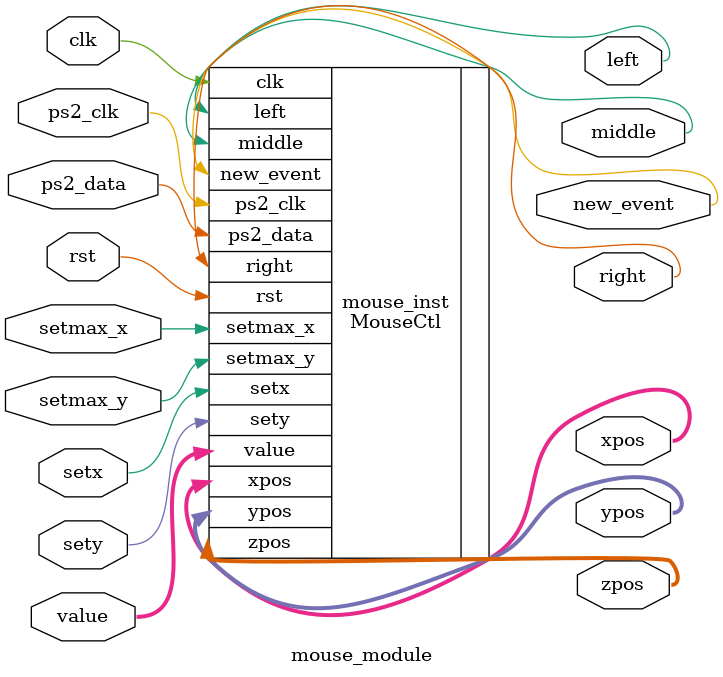
<source format=v>
`timescale 1ns / 1ps


module mouse_module (
    input  wire             clk,       // 100 MHz clock
    input  wire             rst,       // Reset signal
    input  wire [11:0]      value,     // 12-bit setting value
    input wire setmax_x, input wire setmax_y, input wire setx, input wire sety,
    inout  wire             ps2_clk,   // PS/2 clock line
    inout  wire             ps2_data,  // PS/2 data line
    output wire [11:0]      xpos,      // Mouse X output
    output wire [11:0]      ypos,      // Mouse Y output
    output wire [3:0]       zpos,      // Mouse scroll wheel output
    output wire             left,      // Left button
    output wire             middle,    // Middle button
    output wire             right,     // Right button
    output wire             new_event  // Indicates new mouse event
);
  initial begin
    
  end
  // Instantiate the VHDL MouseCtl module
  // The generics here match the defaults in MouseCtl.vhd
  MouseCtl #(
    .SYSCLK_FREQUENCY_HZ(100000000),
    .CHECK_PERIOD_MS(500),
    .TIMEOUT_PERIOD_MS(100)
  ) mouse_inst (
    .clk       (clk),
    .rst       (rst),
    .xpos      (xpos),
    .ypos      (ypos),
    .zpos      (zpos),
    .left      (left),
    .middle    (middle),
    .right     (right),
    .new_event (new_event),
    .value     (value),
    .setx      (setx),
    .sety      (sety),
    .setmax_x  (setmax_x),
    .setmax_y  (setmax_y),
    .ps2_clk   (ps2_clk),
    .ps2_data  (ps2_data)
  );
  
  

endmodule
</source>
